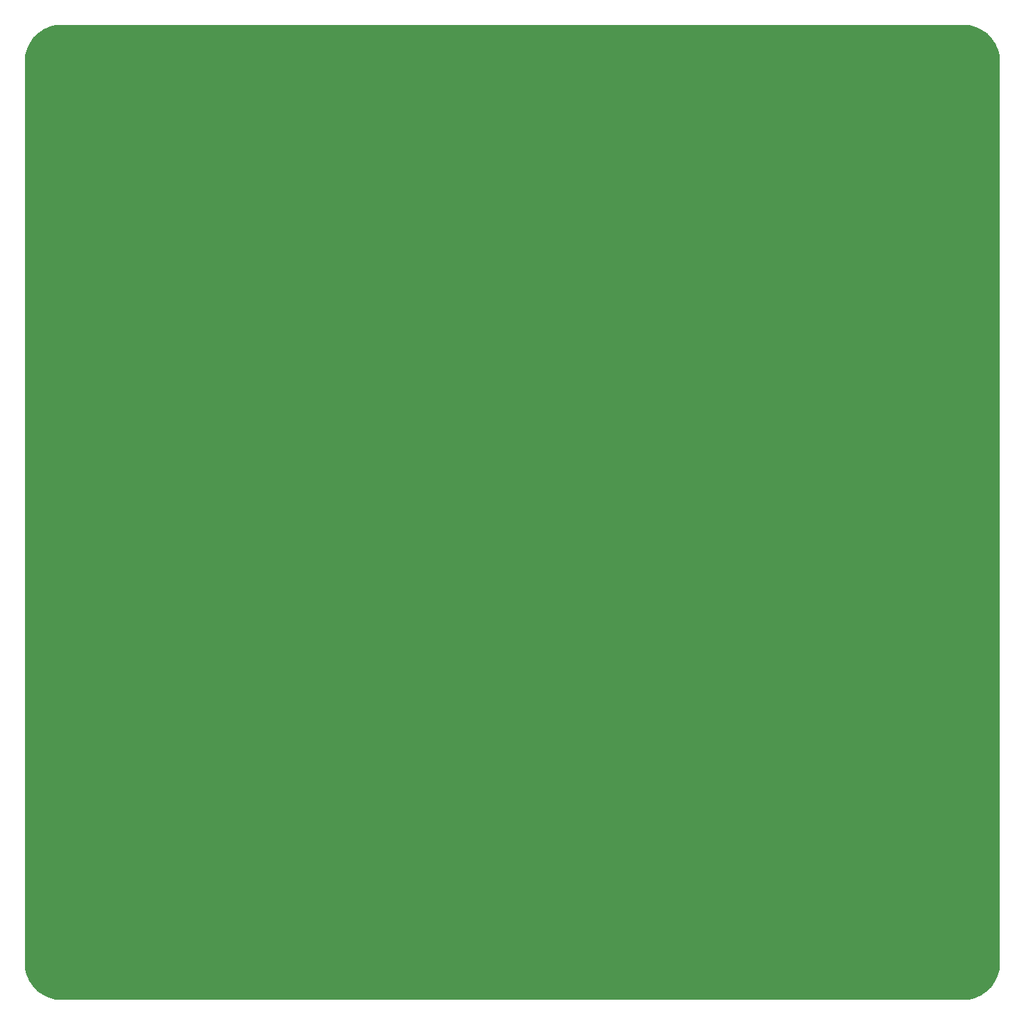
<source format=gbl>
G04 #@! TF.GenerationSoftware,KiCad,Pcbnew,(5.1.4)-1*
G04 #@! TF.CreationDate,2020-12-31T01:27:08+09:00*
G04 #@! TF.ProjectId,fan-vent-blocker,66616e2d-7665-46e7-942d-626c6f636b65,rev?*
G04 #@! TF.SameCoordinates,Original*
G04 #@! TF.FileFunction,Copper,L2,Bot*
G04 #@! TF.FilePolarity,Positive*
%FSLAX46Y46*%
G04 Gerber Fmt 4.6, Leading zero omitted, Abs format (unit mm)*
G04 Created by KiCad (PCBNEW (5.1.4)-1) date 2020-12-31 01:27:08*
%MOMM*%
%LPD*%
G04 APERTURE LIST*
%ADD10C,0.900000*%
%ADD11C,8.600000*%
%ADD12C,0.254000*%
G04 APERTURE END LIST*
D10*
X-50219581Y-50219581D03*
X-52500000Y-49275000D03*
X-54780419Y-50219581D03*
X-55725000Y-52500000D03*
X-54780419Y-54780419D03*
X-52500000Y-55725000D03*
X-50219581Y-54780419D03*
X-49275000Y-52500000D03*
D11*
X-52500000Y-52500000D03*
D10*
X54780419Y54780419D03*
X52500000Y55725000D03*
X50219581Y54780419D03*
X49275000Y52500000D03*
X50219581Y50219581D03*
X52500000Y49275000D03*
X54780419Y50219581D03*
X55725000Y52500000D03*
D11*
X52500000Y52500000D03*
D10*
X54780419Y-50219581D03*
X52500000Y-49275000D03*
X50219581Y-50219581D03*
X49275000Y-52500000D03*
X50219581Y-54780419D03*
X52500000Y-55725000D03*
X54780419Y-54780419D03*
X55725000Y-52500000D03*
D11*
X52500000Y-52500000D03*
D10*
X-50219581Y54780419D03*
X-52500000Y55725000D03*
X-54780419Y54780419D03*
X-55725000Y52500000D03*
X-54780419Y50219581D03*
X-52500000Y49275000D03*
X-50219581Y50219581D03*
X-49275000Y52500000D03*
D11*
X-52500000Y52500000D03*
D12*
G36*
X55768083Y59268827D02*
G01*
X56511891Y59065344D01*
X57207905Y58733362D01*
X57834130Y58283374D01*
X58370777Y57729597D01*
X58800871Y57089549D01*
X59110829Y56383447D01*
X59292065Y55628543D01*
X59340000Y54975793D01*
X59340001Y-54970597D01*
X59268827Y-55768083D01*
X59065344Y-56511890D01*
X58733363Y-57207904D01*
X58283374Y-57834130D01*
X57729597Y-58370777D01*
X57089549Y-58800871D01*
X56383447Y-59110829D01*
X55628543Y-59292065D01*
X54975793Y-59340000D01*
X-54970608Y-59340000D01*
X-55768083Y-59268827D01*
X-56511890Y-59065344D01*
X-57207904Y-58733363D01*
X-57834130Y-58283374D01*
X-58370777Y-57729597D01*
X-58800871Y-57089549D01*
X-59110829Y-56383447D01*
X-59292065Y-55628543D01*
X-59340000Y-54975793D01*
X-59340000Y54970608D01*
X-59268827Y55768083D01*
X-59065344Y56511891D01*
X-58733362Y57207905D01*
X-58283374Y57834130D01*
X-57729597Y58370777D01*
X-57089549Y58800871D01*
X-56383447Y59110829D01*
X-55628543Y59292065D01*
X-54975793Y59340000D01*
X54970608Y59340000D01*
X55768083Y59268827D01*
X55768083Y59268827D01*
G37*
X55768083Y59268827D02*
X56511891Y59065344D01*
X57207905Y58733362D01*
X57834130Y58283374D01*
X58370777Y57729597D01*
X58800871Y57089549D01*
X59110829Y56383447D01*
X59292065Y55628543D01*
X59340000Y54975793D01*
X59340001Y-54970597D01*
X59268827Y-55768083D01*
X59065344Y-56511890D01*
X58733363Y-57207904D01*
X58283374Y-57834130D01*
X57729597Y-58370777D01*
X57089549Y-58800871D01*
X56383447Y-59110829D01*
X55628543Y-59292065D01*
X54975793Y-59340000D01*
X-54970608Y-59340000D01*
X-55768083Y-59268827D01*
X-56511890Y-59065344D01*
X-57207904Y-58733363D01*
X-57834130Y-58283374D01*
X-58370777Y-57729597D01*
X-58800871Y-57089549D01*
X-59110829Y-56383447D01*
X-59292065Y-55628543D01*
X-59340000Y-54975793D01*
X-59340000Y54970608D01*
X-59268827Y55768083D01*
X-59065344Y56511891D01*
X-58733362Y57207905D01*
X-58283374Y57834130D01*
X-57729597Y58370777D01*
X-57089549Y58800871D01*
X-56383447Y59110829D01*
X-55628543Y59292065D01*
X-54975793Y59340000D01*
X54970608Y59340000D01*
X55768083Y59268827D01*
M02*

</source>
